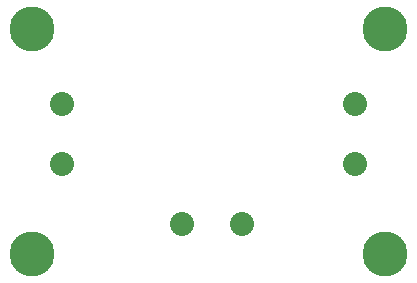
<source format=gbr>
%TF.GenerationSoftware,KiCad,Pcbnew,(6.0.10)*%
%TF.CreationDate,2023-01-28T16:26:23+05:30*%
%TF.ProjectId,protectionCkt,70726f74-6563-4746-996f-6e436b742e6b,rev?*%
%TF.SameCoordinates,Original*%
%TF.FileFunction,Soldermask,Bot*%
%TF.FilePolarity,Negative*%
%FSLAX46Y46*%
G04 Gerber Fmt 4.6, Leading zero omitted, Abs format (unit mm)*
G04 Created by KiCad (PCBNEW (6.0.10)) date 2023-01-28 16:26:23*
%MOMM*%
%LPD*%
G01*
G04 APERTURE LIST*
%ADD10C,3.800000*%
%ADD11C,2.032000*%
G04 APERTURE END LIST*
D10*
%TO.C,REF\u002A\u002A*%
X112395000Y-84455000D03*
%TD*%
%TO.C,REF\u002A\u002A*%
X142240000Y-103505000D03*
%TD*%
D11*
%TO.C,U5*%
X139700000Y-95885000D03*
X139700000Y-90805000D03*
%TD*%
%TO.C,U1*%
X114935000Y-95885000D03*
X114935000Y-90805000D03*
%TD*%
D10*
%TO.C,REF\u002A\u002A*%
X112395000Y-103505000D03*
%TD*%
D11*
%TO.C,U2*%
X125095000Y-100965000D03*
X130175000Y-100965000D03*
%TD*%
D10*
%TO.C,REF\u002A\u002A*%
X142240000Y-84455000D03*
%TD*%
M02*

</source>
